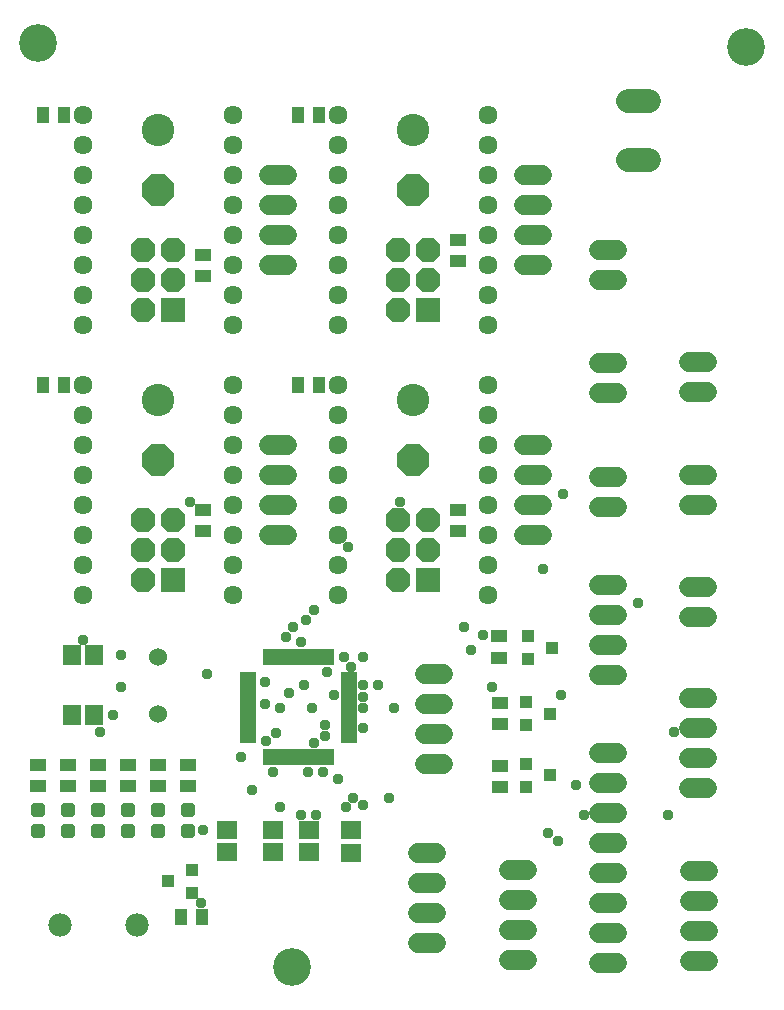
<source format=gbr>
G04 EAGLE Gerber X2 export*
%TF.Part,Single*%
%TF.FileFunction,Soldermask,Top,1*%
%TF.FilePolarity,Negative*%
%TF.GenerationSoftware,Autodesk,EAGLE,9.1.0*%
%TF.CreationDate,2018-10-25T18:21:55Z*%
G75*
%MOMM*%
%FSLAX34Y34*%
%LPD*%
%AMOC8*
5,1,8,0,0,1.08239X$1,22.5*%
G01*
%ADD10C,3.203200*%
%ADD11C,0.505344*%
%ADD12R,2.082800X2.082800*%
%ADD13P,2.254402X8X112.500000*%
%ADD14R,1.003200X1.403200*%
%ADD15R,1.403200X1.003200*%
%ADD16C,1.611200*%
%ADD17C,1.993900*%
%ADD18R,1.403200X0.503200*%
%ADD19R,0.503200X1.403200*%
%ADD20C,1.524000*%
%ADD21R,1.503200X1.703200*%
%ADD22C,1.727200*%
%ADD23R,1.703200X1.503200*%
%ADD24C,1.981200*%
%ADD25R,1.092200X0.990600*%
%ADD26C,2.743200*%
%ADD27P,2.969212X8X292.500000*%
%ADD28C,0.959600*%


D10*
X624840Y806958D03*
X24892Y810768D03*
X240030Y28194D03*
D11*
X155890Y157680D02*
X148910Y157680D01*
X148910Y164660D01*
X155890Y164660D01*
X155890Y157680D01*
X155890Y162480D02*
X148910Y162480D01*
X148910Y140140D02*
X155890Y140140D01*
X148910Y140140D02*
X148910Y147120D01*
X155890Y147120D01*
X155890Y140140D01*
X155890Y144940D02*
X148910Y144940D01*
X130490Y157680D02*
X123510Y157680D01*
X123510Y164660D01*
X130490Y164660D01*
X130490Y157680D01*
X130490Y162480D02*
X123510Y162480D01*
X123510Y140140D02*
X130490Y140140D01*
X123510Y140140D02*
X123510Y147120D01*
X130490Y147120D01*
X130490Y140140D01*
X130490Y144940D02*
X123510Y144940D01*
D12*
X355600Y584200D03*
D13*
X330200Y584200D03*
X355600Y609600D03*
X330200Y609600D03*
X355600Y635000D03*
X330200Y635000D03*
D12*
X139700Y355600D03*
D13*
X114300Y355600D03*
X139700Y381000D03*
X114300Y381000D03*
X139700Y406400D03*
X114300Y406400D03*
D12*
X355600Y355600D03*
D13*
X330200Y355600D03*
X355600Y381000D03*
X330200Y381000D03*
X355600Y406400D03*
X330200Y406400D03*
D12*
X139700Y584200D03*
D13*
X114300Y584200D03*
X139700Y609600D03*
X114300Y609600D03*
X139700Y635000D03*
X114300Y635000D03*
D14*
X263000Y749300D03*
X245000Y749300D03*
D15*
X127000Y199500D03*
X127000Y181500D03*
D14*
X263000Y520700D03*
X245000Y520700D03*
X47100Y520700D03*
X29100Y520700D03*
X47100Y749300D03*
X29100Y749300D03*
D15*
X165100Y415400D03*
X165100Y397400D03*
X381000Y644000D03*
X381000Y626000D03*
X381000Y415400D03*
X381000Y397400D03*
X165100Y631300D03*
X165100Y613300D03*
X152400Y199500D03*
X152400Y181500D03*
D16*
X279400Y520700D03*
X279400Y495300D03*
X279400Y469900D03*
X279400Y444500D03*
X279400Y419100D03*
X279400Y393700D03*
X279400Y368300D03*
X279400Y342900D03*
X406400Y342900D03*
X406400Y368300D03*
X406400Y393700D03*
X406400Y419100D03*
X406400Y444500D03*
X406400Y469900D03*
X406400Y495300D03*
X406400Y520700D03*
X63500Y749300D03*
X63500Y723900D03*
X63500Y698500D03*
X63500Y673100D03*
X63500Y647700D03*
X63500Y622300D03*
X63500Y596900D03*
X63500Y571500D03*
X190500Y571500D03*
X190500Y596900D03*
X190500Y622300D03*
X190500Y647700D03*
X190500Y673100D03*
X190500Y698500D03*
X190500Y723900D03*
X190500Y749300D03*
X63500Y520700D03*
X63500Y495300D03*
X63500Y469900D03*
X63500Y444500D03*
X63500Y419100D03*
X63500Y393700D03*
X63500Y368300D03*
X63500Y342900D03*
X190500Y342900D03*
X190500Y368300D03*
X190500Y393700D03*
X190500Y419100D03*
X190500Y444500D03*
X190500Y469900D03*
X190500Y495300D03*
X190500Y520700D03*
X279400Y749300D03*
X279400Y723900D03*
X279400Y698500D03*
X279400Y673100D03*
X279400Y647700D03*
X279400Y622300D03*
X279400Y596900D03*
X279400Y571500D03*
X406400Y571500D03*
X406400Y596900D03*
X406400Y622300D03*
X406400Y647700D03*
X406400Y673100D03*
X406400Y698500D03*
X406400Y723900D03*
X406400Y749300D03*
D17*
X524447Y711600D02*
X542354Y711600D01*
X542354Y761600D02*
X524447Y761600D01*
D18*
X203372Y275658D03*
X203372Y270658D03*
X203372Y265658D03*
X203372Y260658D03*
X203372Y255658D03*
X203372Y250658D03*
X203372Y245658D03*
X203372Y240658D03*
X203372Y235658D03*
X203372Y230658D03*
X203372Y225658D03*
X203372Y220658D03*
X288372Y275658D03*
X288372Y270658D03*
X288372Y265658D03*
X288372Y260658D03*
X288372Y255658D03*
X288372Y250658D03*
X288372Y245658D03*
X288372Y240658D03*
X288372Y235658D03*
X288372Y230658D03*
X288372Y225658D03*
X288372Y220658D03*
D19*
X218372Y290658D03*
X223372Y290658D03*
X228372Y290658D03*
X233372Y290658D03*
X238372Y290658D03*
X243372Y290658D03*
X248372Y290658D03*
X253372Y290658D03*
X258372Y290658D03*
X263372Y290658D03*
X268372Y290658D03*
X273372Y290658D03*
X218372Y205658D03*
X223372Y205658D03*
X228372Y205658D03*
X233372Y205658D03*
X238372Y205658D03*
X243372Y205658D03*
X248372Y205658D03*
X253372Y205658D03*
X258372Y205658D03*
X263372Y205658D03*
X268372Y205658D03*
X273372Y205658D03*
D20*
X127000Y242570D03*
X127000Y290830D03*
D21*
X54000Y292100D03*
X73000Y292100D03*
X54000Y241300D03*
X73000Y241300D03*
D22*
X436880Y698500D02*
X452120Y698500D01*
X452120Y673100D02*
X436880Y673100D01*
X436880Y647700D02*
X452120Y647700D01*
X452120Y622300D02*
X436880Y622300D01*
X236220Y469900D02*
X220980Y469900D01*
X220980Y444500D02*
X236220Y444500D01*
X236220Y419100D02*
X220980Y419100D01*
X220980Y393700D02*
X236220Y393700D01*
X436880Y469900D02*
X452120Y469900D01*
X452120Y444500D02*
X436880Y444500D01*
X436880Y419100D02*
X452120Y419100D01*
X452120Y393700D02*
X436880Y393700D01*
X236220Y698500D02*
X220980Y698500D01*
X220980Y673100D02*
X236220Y673100D01*
X236220Y647700D02*
X220980Y647700D01*
X220980Y622300D02*
X236220Y622300D01*
D23*
X185166Y125374D03*
X185166Y144374D03*
X224028Y125374D03*
X224028Y144374D03*
X254508Y144628D03*
X254508Y125628D03*
X290576Y144120D03*
X290576Y125120D03*
D11*
X105090Y157680D02*
X98110Y157680D01*
X98110Y164660D01*
X105090Y164660D01*
X105090Y157680D01*
X105090Y162480D02*
X98110Y162480D01*
X98110Y140140D02*
X105090Y140140D01*
X98110Y140140D02*
X98110Y147120D01*
X105090Y147120D01*
X105090Y140140D01*
X105090Y144940D02*
X98110Y144940D01*
X79690Y157680D02*
X72710Y157680D01*
X72710Y164660D01*
X79690Y164660D01*
X79690Y157680D01*
X79690Y162480D02*
X72710Y162480D01*
X72710Y140140D02*
X79690Y140140D01*
X72710Y140140D02*
X72710Y147120D01*
X79690Y147120D01*
X79690Y140140D01*
X79690Y144940D02*
X72710Y144940D01*
D15*
X101600Y199500D03*
X101600Y181500D03*
X76200Y199500D03*
X76200Y181500D03*
D11*
X54290Y157680D02*
X47310Y157680D01*
X47310Y164660D01*
X54290Y164660D01*
X54290Y157680D01*
X54290Y162480D02*
X47310Y162480D01*
X47310Y140140D02*
X54290Y140140D01*
X47310Y140140D02*
X47310Y147120D01*
X54290Y147120D01*
X54290Y140140D01*
X54290Y144940D02*
X47310Y144940D01*
X28890Y157680D02*
X21910Y157680D01*
X21910Y164660D01*
X28890Y164660D01*
X28890Y157680D01*
X28890Y162480D02*
X21910Y162480D01*
X21910Y140140D02*
X28890Y140140D01*
X21910Y140140D02*
X21910Y147120D01*
X28890Y147120D01*
X28890Y140140D01*
X28890Y144940D02*
X21910Y144940D01*
D15*
X50800Y199500D03*
X50800Y181500D03*
X25400Y199500D03*
X25400Y181500D03*
D22*
X346964Y48768D02*
X362204Y48768D01*
X362204Y74168D02*
X346964Y74168D01*
X346964Y99568D02*
X362204Y99568D01*
X362204Y124968D02*
X346964Y124968D01*
X500380Y609600D02*
X515620Y609600D01*
X515620Y635000D02*
X500380Y635000D01*
X500380Y514096D02*
X515620Y514096D01*
X515620Y539496D02*
X500380Y539496D01*
X500380Y417830D02*
X515620Y417830D01*
X515620Y443230D02*
X500380Y443230D01*
X500380Y300990D02*
X515620Y300990D01*
X515620Y326390D02*
X500380Y326390D01*
X500380Y351790D02*
X515620Y351790D01*
X515620Y275590D02*
X500380Y275590D01*
X439420Y59182D02*
X424180Y59182D01*
X424180Y84582D02*
X439420Y84582D01*
X439420Y109982D02*
X424180Y109982D01*
X424180Y33782D02*
X439420Y33782D01*
X500380Y159004D02*
X515620Y159004D01*
X515620Y184404D02*
X500380Y184404D01*
X500380Y209804D02*
X515620Y209804D01*
X515620Y133604D02*
X500380Y133604D01*
X500380Y108204D02*
X515620Y108204D01*
X515620Y82804D02*
X500380Y82804D01*
X500380Y57404D02*
X515620Y57404D01*
X515620Y32004D02*
X500380Y32004D01*
X368046Y225552D02*
X352806Y225552D01*
X352806Y250952D02*
X368046Y250952D01*
X368046Y276352D02*
X352806Y276352D01*
X352806Y200152D02*
X368046Y200152D01*
D24*
X43700Y63500D03*
X108700Y63500D03*
D25*
X155702Y91186D03*
X155702Y110490D03*
X135382Y100838D03*
D22*
X577342Y58674D02*
X592582Y58674D01*
X592582Y84074D02*
X577342Y84074D01*
X577342Y109474D02*
X592582Y109474D01*
X592582Y33274D02*
X577342Y33274D01*
X576580Y204978D02*
X591820Y204978D01*
X591820Y230378D02*
X576580Y230378D01*
X576580Y255778D02*
X591820Y255778D01*
X591820Y179578D02*
X576580Y179578D01*
D14*
X164448Y70358D03*
X146448Y70358D03*
D25*
X438150Y200152D03*
X438150Y180848D03*
X458470Y190500D03*
D15*
X416560Y180738D03*
X416560Y198738D03*
D25*
X438658Y252222D03*
X438658Y232918D03*
X458978Y242570D03*
D15*
X416306Y233570D03*
X416306Y251570D03*
D25*
X439928Y308356D03*
X439928Y289052D03*
X460248Y298704D03*
D15*
X415290Y290212D03*
X415290Y308212D03*
D22*
X576580Y324866D02*
X591820Y324866D01*
X591820Y350266D02*
X576580Y350266D01*
X576580Y419100D02*
X591820Y419100D01*
X591820Y444500D02*
X576580Y444500D01*
X576580Y515112D02*
X591820Y515112D01*
X591820Y540512D02*
X576580Y540512D01*
D26*
X127000Y736600D03*
D27*
X127000Y685800D03*
D26*
X342900Y736600D03*
D27*
X342900Y685800D03*
D26*
X127000Y508000D03*
D27*
X127000Y457200D03*
D26*
X342900Y508000D03*
D27*
X342900Y457200D03*
D28*
X153988Y422275D03*
X331788Y422275D03*
X165100Y144463D03*
X292100Y171450D03*
X322263Y171450D03*
X254000Y193675D03*
X266700Y193675D03*
X218567Y219266D03*
X269875Y277813D03*
X63500Y304800D03*
X196850Y206375D03*
X223838Y193675D03*
X226759Y226378D03*
X230188Y247650D03*
X238125Y260350D03*
X290513Y282575D03*
X250825Y266700D03*
X95250Y292100D03*
X88900Y241300D03*
X268288Y233363D03*
X300038Y247650D03*
X327025Y247650D03*
X287338Y384175D03*
X300038Y266700D03*
X312738Y266700D03*
X284163Y290513D03*
X300038Y290513D03*
X247650Y157163D03*
X465138Y134938D03*
X260350Y157163D03*
X457200Y141288D03*
X279400Y187325D03*
X481013Y182563D03*
X258763Y217488D03*
X558800Y157163D03*
X247650Y303213D03*
X392113Y296863D03*
X257175Y247650D03*
X300038Y165100D03*
X487363Y157163D03*
X285750Y163513D03*
X300038Y230188D03*
X163513Y82550D03*
X268288Y223838D03*
X258763Y330200D03*
X533400Y336550D03*
X563563Y227013D03*
X252413Y322263D03*
X300038Y257175D03*
X409575Y265113D03*
X206375Y177800D03*
X230188Y163513D03*
X241300Y315913D03*
X385763Y315913D03*
X234950Y307975D03*
X401638Y309563D03*
X95250Y265113D03*
X217170Y269875D03*
X77788Y227013D03*
X217170Y251143D03*
X276225Y258763D03*
X168275Y276225D03*
X468313Y258763D03*
X452438Y365125D03*
X469900Y428625D03*
M02*

</source>
